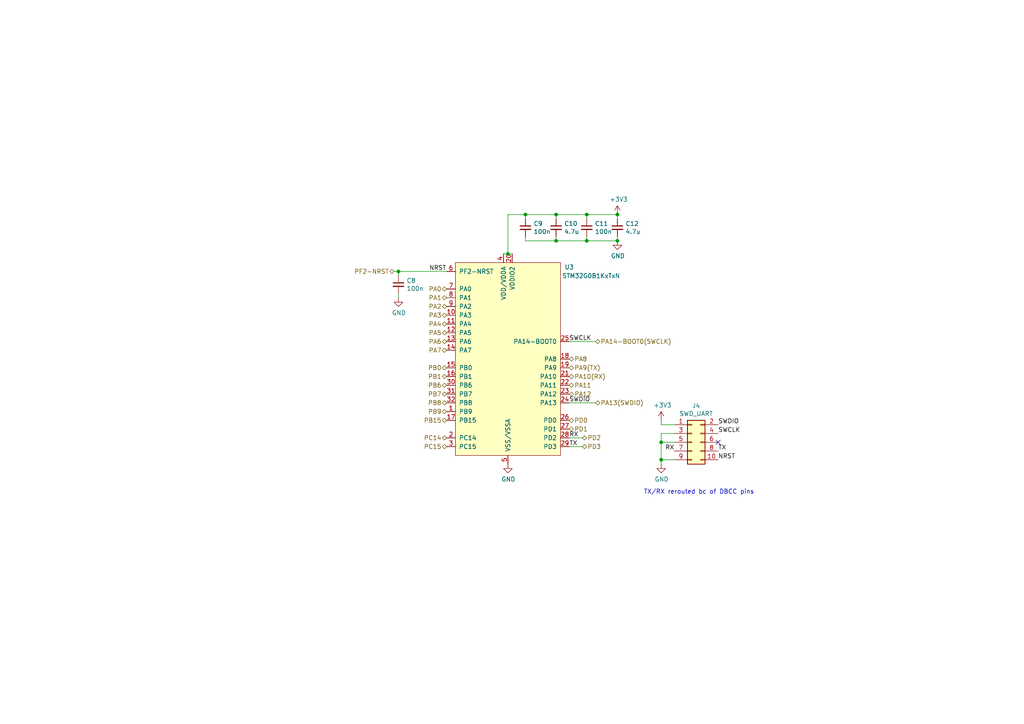
<source format=kicad_sch>
(kicad_sch (version 20231120) (generator "eeschema") (generator_version "8.0")
  (paper "A4")
  (lib_symbols
    (symbol "Connector_Generic:Conn_02x05_Odd_Even" (pin_names (offset 1.016) hide)
      (property "Reference" "J" (at 1.27 7.62 0))
      (property "Value" "Conn_02x05_Odd_Even" (at 1.27 -7.62 0))
      (symbol "Conn_02x05_Odd_Even_1_1"
        (rectangle (start -1.27 -4.953) (end 0 -5.207) (stroke (width 0.1524)))
        (rectangle (start -1.27 -2.413) (end 0 -2.667) (stroke (width 0.1524)))
        (rectangle (start -1.27 0.127) (end 0 -0.127) (stroke (width 0.1524)))
        (rectangle (start -1.27 2.667) (end 0 2.413) (stroke (width 0.1524)))
        (rectangle (start -1.27 5.207) (end 0 4.953) (stroke (width 0.1524)))
        (rectangle (start -1.27 6.35) (end 3.81 -6.35) (stroke (width 0.254)) (fill (type background)))
        (rectangle (start 3.81 -4.953) (end 2.54 -5.207) (stroke (width 0.1524)))
        (rectangle (start 3.81 -2.413) (end 2.54 -2.667) (stroke (width 0.1524)))
        (rectangle (start 3.81 0.127) (end 2.54 -0.127) (stroke (width 0.1524)))
        (rectangle (start 3.81 2.667) (end 2.54 2.413) (stroke (width 0.1524)))
        (rectangle (start 3.81 5.207) (end 2.54 4.953) (stroke (width 0.1524)))
        (pin passive line (at -5.08 5.08 0) (length 3.81) (name "Pin_1") (number "1"))
        (pin passive line (at 7.62 -5.08 180) (length 3.81) (name "Pin_10") (number "10"))
        (pin passive line (at 7.62 5.08 180) (length 3.81) (name "Pin_2") (number "2"))
        (pin passive line (at -5.08 2.54 0) (length 3.81) (name "Pin_3") (number "3"))
        (pin passive line (at 7.62 2.54 180) (length 3.81) (name "Pin_4") (number "4"))
        (pin passive line (at -5.08 0 0) (length 3.81) (name "Pin_5") (number "5"))
        (pin passive line (at 7.62 0 180) (length 3.81) (name "Pin_6") (number "6"))
        (pin passive line (at -5.08 -2.54 0) (length 3.81) (name "Pin_7") (number "7"))
        (pin passive line (at 7.62 -2.54 180) (length 3.81) (name "Pin_8") (number "8"))
        (pin passive line (at -5.08 -5.08 0) (length 3.81) (name "Pin_9") (number "9"))
      )
    )
    (symbol "Device:C_Small" (pin_numbers hide) (pin_names (offset 0.254) hide)
      (property "Reference" "C" (at 0.254 1.778 0))
      (property "Value" "C_Small" (at 0.254 -2.032 0))
      (symbol "C_Small_0_1"
        (polyline (pts (xy -1.524 -0.508) (xy 1.524 -0.508)) (stroke (width 0.3302)))
        (polyline (pts (xy -1.524 0.508) (xy 1.524 0.508)) (stroke (width 0.3048)))
      )
      (symbol "C_Small_1_1"
        (pin passive line (at 0 2.54 270) (length 2.032) (name "~") (number "1"))
        (pin passive line (at 0 -2.54 90) (length 2.032) (name "~") (number "2"))
      )
    )
    (symbol "extraparts:STM32G0B1KxTxN" (pin_names (offset 1.016))
      (property "Reference" "U" (at -13.97 29.21 0))
      (property "Value" "STM32G0B1KxTxN" (at 11.43 29.21 0))
      (symbol "STM32G0B1KxTxN_0_1"
        (rectangle (start -15.24 27.94) (end 15.24 -27.94) (fill (type background)))
      )
      (symbol "STM32G0B1KxTxN_1_1"
        (pin bidirectional line (at -17.78 -15.24 0) (length 2.54) (name "PB9") (number "1"))
        (pin bidirectional line (at -17.78 12.7 0) (length 2.54) (name "PA3") (number "10"))
        (pin bidirectional line (at -17.78 10.16 0) (length 2.54) (name "PA4") (number "11"))
        (pin bidirectional line (at -17.78 7.62 0) (length 2.54) (name "PA5") (number "12"))
        (pin bidirectional line (at -17.78 5.08 0) (length 2.54) (name "PA6") (number "13"))
        (pin bidirectional line (at -17.78 2.54 0) (length 2.54) (name "PA7") (number "14"))
        (pin bidirectional line (at -17.78 -2.54 0) (length 2.54) (name "PB0") (number "15"))
        (pin bidirectional line (at -17.78 -5.08 0) (length 2.54) (name "PB1") (number "16"))
        (pin bidirectional line (at -17.78 -17.78 0) (length 2.54) (name "PB15") (number "17"))
        (pin bidirectional line (at 17.78 0 180) (length 2.54) (name "PA8") (number "18"))
        (pin bidirectional line (at 17.78 -2.54 180) (length 2.54) (name "PA9") (number "19"))
        (pin bidirectional line (at -17.78 -22.86 0) (length 2.54) (name "PC14") (number "2"))
        (pin power_in line (at 1.27 30.48 270) (length 2.54) (name "VDDIO2") (number "20"))
        (pin bidirectional line (at 17.78 -5.08 180) (length 2.54) (name "PA10") (number "21"))
        (pin bidirectional line (at 17.78 -7.62 180) (length 2.54) (name "PA11") (number "22"))
        (pin bidirectional line (at 17.78 -10.16 180) (length 2.54) (name "PA12") (number "23"))
        (pin bidirectional line (at 17.78 -12.7 180) (length 2.54) (name "PA13") (number "24"))
        (pin bidirectional line (at 17.78 5.08 180) (length 2.54) (name "PA14-BOOT0") (number "25"))
        (pin bidirectional line (at 17.78 -17.78 180) (length 2.54) (name "PD0") (number "26"))
        (pin bidirectional line (at 17.78 -20.32 180) (length 2.54) (name "PD1") (number "27"))
        (pin bidirectional line (at 17.78 -22.86 180) (length 2.54) (name "PD2") (number "28"))
        (pin bidirectional line (at 17.78 -25.4 180) (length 2.54) (name "PD3") (number "29"))
        (pin bidirectional line (at -17.78 -25.4 0) (length 2.54) (name "PC15") (number "3"))
        (pin bidirectional line (at -17.78 -7.62 0) (length 2.54) (name "PB6") (number "30"))
        (pin bidirectional line (at -17.78 -10.16 0) (length 2.54) (name "PB7") (number "31"))
        (pin bidirectional line (at -17.78 -12.7 0) (length 2.54) (name "PB8") (number "32"))
        (pin power_in line (at -1.27 30.48 270) (length 2.54) (name "VDD/VDDA") (number "4"))
        (pin power_in line (at 0 -30.48 90) (length 2.54) (name "VSS/VSSA") (number "5"))
        (pin bidirectional line (at -17.78 25.4 0) (length 2.54) (name "PF2-NRST") (number "6"))
        (pin bidirectional line (at -17.78 20.32 0) (length 2.54) (name "PA0") (number "7"))
        (pin bidirectional line (at -17.78 17.78 0) (length 2.54) (name "PA1") (number "8"))
        (pin bidirectional line (at -17.78 15.24 0) (length 2.54) (name "PA2") (number "9"))
      )
    )
    (symbol "power:+3V3" (power) (pin_names (offset 0))
      (property "Value" "+3V3" (at 0 3.556 0))
      (symbol "+3V3_0_1"
        (polyline (pts (xy -0.762 1.27) (xy 0 2.54)))
        (polyline (pts (xy 0 0) (xy 0 2.54)))
        (polyline (pts (xy 0 2.54) (xy 0.762 1.27)))
      )
      (symbol "+3V3_1_1"
        (pin power_in line (at 0 0 90) (length 0) hide (name "+3V3") (number "1"))
      )
    )
    (symbol "power:GND" (power) (pin_names (offset 0))
      (property "Value" "GND" (at 0 -3.81 0))
      (symbol "GND_0_1"
        (polyline (pts (xy 0 0) (xy 0 -1.27) (xy 1.27 -1.27) (xy 0 -2.54) (xy -1.27 -1.27) (xy 0 -1.27)))
      )
      (symbol "GND_1_1"
        (pin power_in line (at 0 0 270) (length 0) hide (name "GND") (number "1"))
      )
    )
  )
  (junction (at 161.29 62.23))
  (junction (at 170.18 69.85))
  (junction (at 147.32 73.66))
  (junction (at 179.07 69.85))
  (junction (at 161.29 69.85))
  (junction (at 115.57 78.74))
  (junction (at 191.77 133.35))
  (junction (at 170.18 62.23))
  (junction (at 191.77 128.27))
  (junction (at 152.4 62.23))
  (junction (at 179.07 62.23))
  (no_connect (at 208.28 128.27))
  (wire (pts (xy 172.72 116.84) (xy 165.1 116.84)))
  (wire (pts (xy 147.32 73.66) (xy 147.32 62.23)))
  (wire (pts (xy 191.77 121.92) (xy 191.77 123.19)))
  (wire (pts (xy 161.29 68.58) (xy 161.29 69.85)))
  (wire (pts (xy 114.3 78.74) (xy 115.57 78.74)))
  (wire (pts (xy 115.57 78.74) (xy 129.54 78.74)))
  (wire (pts (xy 152.4 69.85) (xy 152.4 68.58)))
  (wire (pts (xy 179.07 69.85) (xy 179.07 68.58)))
  (wire (pts (xy 161.29 63.5) (xy 161.29 62.23)))
  (wire (pts (xy 152.4 62.23) (xy 161.29 62.23)))
  (wire (pts (xy 147.32 62.23) (xy 152.4 62.23)))
  (wire (pts (xy 195.58 125.73) (xy 191.77 125.73)))
  (wire (pts (xy 172.72 99.06) (xy 165.1 99.06)))
  (wire (pts (xy 191.77 123.19) (xy 195.58 123.19)))
  (wire (pts (xy 170.18 62.23) (xy 179.07 62.23)))
  (wire (pts (xy 170.18 68.58) (xy 170.18 69.85)))
  (wire (pts (xy 191.77 128.27) (xy 191.77 133.35)))
  (wire (pts (xy 168.91 127) (xy 165.1 127)))
  (wire (pts (xy 147.32 73.66) (xy 148.59 73.66)))
  (wire (pts (xy 161.29 69.85) (xy 152.4 69.85)))
  (wire (pts (xy 152.4 63.5) (xy 152.4 62.23)))
  (wire (pts (xy 179.07 69.85) (xy 170.18 69.85)))
  (wire (pts (xy 170.18 63.5) (xy 170.18 62.23)))
  (wire (pts (xy 191.77 125.73) (xy 191.77 128.27)))
  (wire (pts (xy 179.07 63.5) (xy 179.07 62.23)))
  (wire (pts (xy 168.91 129.54) (xy 165.1 129.54)))
  (wire (pts (xy 146.05 73.66) (xy 147.32 73.66)))
  (wire (pts (xy 161.29 62.23) (xy 170.18 62.23)))
  (wire (pts (xy 170.18 69.85) (xy 161.29 69.85)))
  (wire (pts (xy 191.77 133.35) (xy 191.77 134.62)))
  (wire (pts (xy 195.58 128.27) (xy 191.77 128.27)))
  (wire (pts (xy 115.57 78.74) (xy 115.57 80.01)))
  (wire (pts (xy 115.57 86.36) (xy 115.57 85.09)))
  (wire (pts (xy 195.58 133.35) (xy 191.77 133.35)))
  (text "TX/RX rerouted bc of DBCC pins" (at 186.69 143.51 0) (effects (font (size 1.27 1.27)) (justify left bottom)))
  (label "SWDIO" (at 208.28 123.19 0))
  (label "RX" (at 195.58 130.81 180))
  (label "NRST" (at 124.46 78.74 0))
  (label "NRST" (at 208.28 133.35 0))
  (label "TX" (at 208.28 130.81 0))
  (label "RX" (at 165.1 127 0))
  (label "SWCLK" (at 165.1 99.06 0))
  (label "SWCLK" (at 208.28 125.73 0))
  (label "SWDIO" (at 165.1 116.84 0))
  (label "TX" (at 165.1 129.54 0))
  (hierarchical_label "PC14" (shape bidirectional) (at 129.54 127 180))
  (hierarchical_label "PA12" (shape bidirectional) (at 165.1 114.3 0))
  (hierarchical_label "PC15" (shape bidirectional) (at 129.54 129.54 180))
  (hierarchical_label "PD2" (shape bidirectional) (at 168.91 127 0))
  (hierarchical_label "PA1" (shape bidirectional) (at 129.54 86.36 180))
  (hierarchical_label "PA5" (shape bidirectional) (at 129.54 96.52 180))
  (hierarchical_label "PB15" (shape bidirectional) (at 129.54 121.92 180))
  (hierarchical_label "PA8" (shape bidirectional) (at 165.1 104.14 0))
  (hierarchical_label "PB1" (shape bidirectional) (at 129.54 109.22 180))
  (hierarchical_label "PB6" (shape bidirectional) (at 129.54 111.76 180))
  (hierarchical_label "PF2-NRST" (shape bidirectional) (at 114.3 78.74 180))
  (hierarchical_label "PA14-BOOT0(SWCLK)" (shape bidirectional) (at 172.72 99.06 0))
  (hierarchical_label "PA6" (shape bidirectional) (at 129.54 99.06 180))
  (hierarchical_label "PB9" (shape bidirectional) (at 129.54 119.38 180))
  (hierarchical_label "PA13(SWDIO)" (shape bidirectional) (at 172.72 116.84 0))
  (hierarchical_label "PA7" (shape bidirectional) (at 129.54 101.6 180))
  (hierarchical_label "PD1" (shape bidirectional) (at 165.1 124.46 0))
  (hierarchical_label "PD3" (shape bidirectional) (at 168.91 129.54 0))
  (hierarchical_label "PA4" (shape bidirectional) (at 129.54 93.98 180))
  (hierarchical_label "PB0" (shape bidirectional) (at 129.54 106.68 180))
  (hierarchical_label "PD0" (shape bidirectional) (at 165.1 121.92 0))
  (hierarchical_label "PA0" (shape bidirectional) (at 129.54 83.82 180))
  (hierarchical_label "PA2" (shape bidirectional) (at 129.54 88.9 180))
  (hierarchical_label "PA11" (shape bidirectional) (at 165.1 111.76 0))
  (hierarchical_label "PA10(RX)" (shape bidirectional) (at 165.1 109.22 0))
  (hierarchical_label "PA3" (shape bidirectional) (at 129.54 91.44 180))
  (hierarchical_label "PB7" (shape bidirectional) (at 129.54 114.3 180))
  (hierarchical_label "PA9(TX)" (shape bidirectional) (at 165.1 106.68 0))
  (hierarchical_label "PB8" (shape bidirectional) (at 129.54 116.84 180))
  (symbol (lib_id "Connector_Generic:Conn_02x05_Odd_Even") (at 200.66 128.27 0) (unit 1)
    (property "Reference" "J4" (at 201.93 117.6782 0))
    (property "Value" "SWD_UART" (at 201.93 119.9896 0))
    (property "Footprint" "Connector_PinHeader_1.27mm:PinHeader_2x05_P1.27mm_Vertical_SMD" (effects (hide yes)))
  )
  (symbol (lib_id "power:+3V3") (at 191.77 121.92 0) (unit 1)
    (property "Reference" "#PWR029" (effects (hide yes)))
    (property "Value" "+3V3" (at 192.151 117.5258 0))
  )
  (symbol (lib_id "power:GND") (at 191.77 134.62 0) (unit 1)
    (property "Reference" "#PWR030" (effects (hide yes)))
    (property "Value" "GND" (at 191.897 139.0142 0))
  )
  (symbol (lib_id "extraparts:STM32G0B1KxTxN") (at 147.32 104.14 0) (unit 1)
    (property "Reference" "U3" (at 165.1 77.47 0))
    (property "Value" "STM32G0B1KxTxN" (at 171.45 80.01 0))
    (property "Footprint" "Package_QFP:LQFP-32_7x7mm_P0.8mm" (effects (hide yes)))
  )
  (symbol (lib_id "Device:C_Small") (at 152.4 66.04 0) (unit 1)
    (property "Reference" "C9" (at 154.7368 64.8716 0) (effects (justify left)))
    (property "Value" "100n" (at 154.7368 67.183 0) (effects (justify left)))
    (property "Footprint" "Capacitor_SMD:C_0603_1608Metric" (effects (hide yes)))
  )
  (symbol (lib_id "Device:C_Small") (at 161.29 66.04 0) (unit 1)
    (property "Reference" "C10" (at 163.6268 64.8716 0) (effects (justify left)))
    (property "Value" "4.7u" (at 163.6268 67.183 0) (effects (justify left)))
    (property "Footprint" "Capacitor_SMD:C_0603_1608Metric" (effects (hide yes)))
  )
  (symbol (lib_id "Device:C_Small") (at 170.18 66.04 0) (unit 1)
    (property "Reference" "C11" (at 172.5168 64.8716 0) (effects (justify left)))
    (property "Value" "100n" (at 172.5168 67.183 0) (effects (justify left)))
    (property "Footprint" "Capacitor_SMD:C_0603_1608Metric" (effects (hide yes)))
  )
  (symbol (lib_id "Device:C_Small") (at 179.07 66.04 0) (unit 1)
    (property "Reference" "C12" (at 181.4068 64.8716 0) (effects (justify left)))
    (property "Value" "4.7u" (at 181.4068 67.183 0) (effects (justify left)))
    (property "Footprint" "Capacitor_SMD:C_0603_1608Metric" (effects (hide yes)))
  )
  (symbol (lib_id "power:+3V3") (at 179.07 62.23 0) (unit 1)
    (property "Reference" "#PWR027" (effects (hide yes)))
    (property "Value" "+3V3" (at 179.451 57.8358 0))
  )
  (symbol (lib_id "power:GND") (at 179.07 69.85 0) (unit 1)
    (property "Reference" "#PWR028" (effects (hide yes)))
    (property "Value" "GND" (at 179.197 74.2442 0))
  )
  (symbol (lib_id "power:GND") (at 147.32 134.62 0) (unit 1)
    (property "Reference" "#PWR026" (effects (hide yes)))
    (property "Value" "GND" (at 147.447 139.0142 0))
  )
  (symbol (lib_id "Device:C_Small") (at 115.57 82.55 0) (unit 1)
    (property "Reference" "C8" (at 117.9068 81.3816 0) (effects (justify left)))
    (property "Value" "100n" (at 117.9068 83.693 0) (effects (justify left)))
    (property "Footprint" "Capacitor_SMD:C_0603_1608Metric" (effects (hide yes)))
  )
  (symbol (lib_id "power:GND") (at 115.57 86.36 0) (unit 1)
    (property "Reference" "#PWR025" (effects (hide yes)))
    (property "Value" "GND" (at 115.697 90.7542 0))
  )
)
</source>
